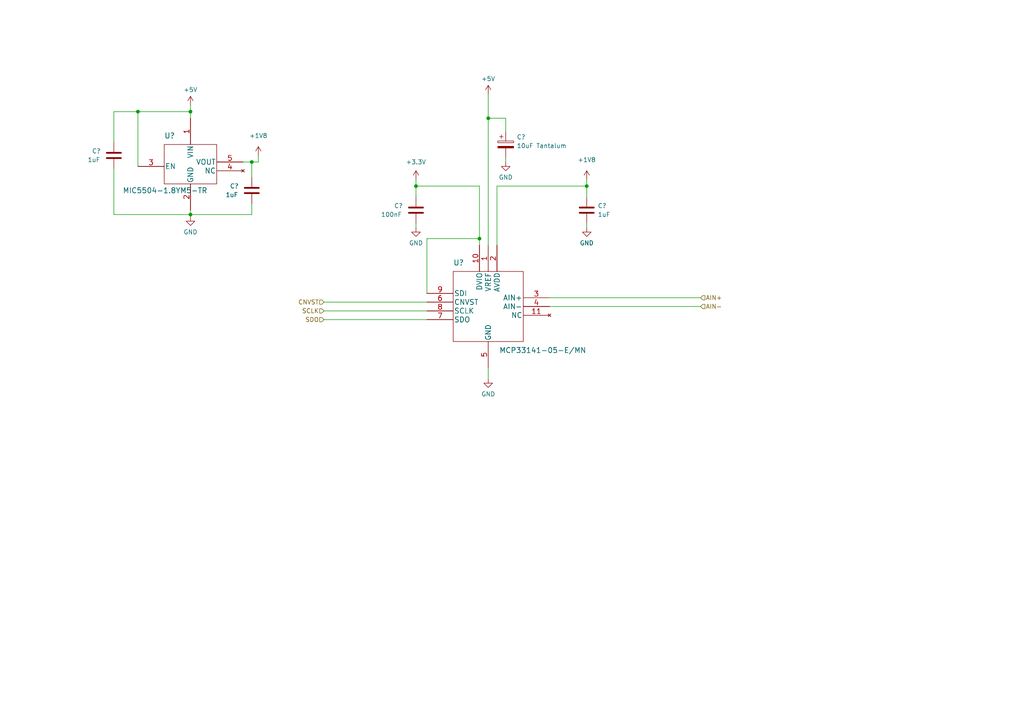
<source format=kicad_sch>
(kicad_sch (version 20211123) (generator eeschema)
  (paper "A4")
  (lib_symbols
    (symbol "Device:C" (pin_numbers hide) (pin_names (offset 0.254))
      (property "Reference" "C" (at 0.635 2.54 0))
      (property "Value" "C" (at 0.635 -2.54 0))
      (symbol "C_0_1"
        (polyline (pts (xy -2.032 -0.762) (xy 2.032 -0.762)) (stroke (width 0.508)))
        (polyline (pts (xy -2.032 0.762) (xy 2.032 0.762)) (stroke (width 0.508)))
      )
      (symbol "C_1_1"
        (pin passive line (at 0 3.81 270) (length 2.794) (name "~") (number "1"))
        (pin passive line (at 0 -3.81 90) (length 2.794) (name "~") (number "2"))
      )
    )
    (symbol "Device:C_Polarized" (pin_numbers hide) (pin_names (offset 0.254))
      (property "Reference" "C" (at 0.635 2.54 0))
      (property "Value" "C_Polarized" (at 0.635 -2.54 0))
      (symbol "C_Polarized_0_1"
        (rectangle (start -2.286 0.508) (end 2.286 1.016))
        (polyline (pts (xy -1.778 2.286) (xy -0.762 2.286)))
        (polyline (pts (xy -1.27 2.794) (xy -1.27 1.778)))
        (rectangle (start 2.286 -0.508) (end -2.286 -1.016) (fill (type outline)))
      )
      (symbol "C_Polarized_1_1"
        (pin passive line (at 0 3.81 270) (length 2.794) (name "~") (number "1"))
        (pin passive line (at 0 -3.81 90) (length 2.794) (name "~") (number "2"))
      )
    )
    (symbol "librew:MCP33141-05-E{slash}MN" (pin_names (offset 0.254))
      (property "Reference" "U?" (at -8.89 11.43 0))
      (property "Value" "MCP33141-05-E{slash}MN" (at 13.97 -12.7 0))
      (symbol "MCP33141-05-E{slash}MN_0_1"
        (rectangle (start -10.16 10.16) (end 10.16 -10.16))
      )
      (symbol "MCP33141-05-E{slash}MN_1_1"
        (pin power_in line (at 0 17.78 270) (length 7.62) (name "VREF") (number "1"))
        (pin power_in line (at -2.54 17.78 270) (length 7.62) (name "DVIO") (number "10"))
        (pin no_connect line (at 17.78 -2.54 180) (length 7.62) (name "NC") (number "11"))
        (pin power_in line (at 2.54 17.78 270) (length 7.62) (name "AVDD") (number "2"))
        (pin unspecified line (at 17.78 2.54 180) (length 7.62) (name "AIN+") (number "3"))
        (pin unspecified line (at 17.78 0 180) (length 7.62) (name "AIN-") (number "4"))
        (pin power_in line (at 0 -17.78 90) (length 7.62) (name "GND") (number "5"))
        (pin input line (at -17.78 1.27 0) (length 7.62) (name "CNVST") (number "6"))
        (pin output line (at -17.78 -3.81 0) (length 7.62) (name "SDO") (number "7"))
        (pin input line (at -17.78 -1.27 0) (length 7.62) (name "SCLK") (number "8"))
        (pin input line (at -17.78 3.81 0) (length 7.62) (name "SDI") (number "9"))
      )
    )
    (symbol "librew:MIC5504-1.8YM5-TR" (pin_names (offset 0.254))
      (property "Reference" "U?" (at 0 17.78 0))
      (property "Value" "MIC5504-1.8YM5-TR" (at 13.97 -7.62 0))
      (symbol "MIC5504-1.8YM5-TR_0_1"
        (rectangle (start -7.62 6.35) (end 7.62 -5.08))
      )
      (symbol "MIC5504-1.8YM5-TR_1_1"
        (pin power_in line (at 0 13.97 270) (length 7.62) (name "VIN") (number "1"))
        (pin power_in line (at 0 -12.7 90) (length 7.62) (name "GND") (number "2"))
        (pin input line (at -15.24 0 0) (length 7.62) (name "EN") (number "3"))
        (pin no_connect line (at 15.24 -1.27 180) (length 7.62) (name "NC") (number "4"))
        (pin output line (at 15.24 1.27 180) (length 7.62) (name "VOUT") (number "5"))
      )
    )
    (symbol "power:+1V8" (power) (pin_names (offset 0))
      (property "Value" "+1V8" (at 0 3.556 0))
      (symbol "+1V8_0_1"
        (polyline (pts (xy -0.762 1.27) (xy 0 2.54)))
        (polyline (pts (xy 0 0) (xy 0 2.54)))
        (polyline (pts (xy 0 2.54) (xy 0.762 1.27)))
      )
      (symbol "+1V8_1_1"
        (pin power_in line (at 0 0 90) (length 0) hide (name "+1V8") (number "1"))
      )
    )
    (symbol "power:+3.3V" (power) (pin_names (offset 0))
      (property "Value" "+3.3V" (at 0 3.556 0))
      (symbol "+3.3V_0_1"
        (polyline (pts (xy -0.762 1.27) (xy 0 2.54)))
        (polyline (pts (xy 0 0) (xy 0 2.54)))
        (polyline (pts (xy 0 2.54) (xy 0.762 1.27)))
      )
      (symbol "+3.3V_1_1"
        (pin power_in line (at 0 0 90) (length 0) hide (name "+3.3V") (number "1"))
      )
    )
    (symbol "power:+5V" (power) (pin_names (offset 0))
      (property "Value" "+5V" (at 0 3.556 0))
      (symbol "+5V_0_1"
        (polyline (pts (xy -0.762 1.27) (xy 0 2.54)))
        (polyline (pts (xy 0 0) (xy 0 2.54)))
        (polyline (pts (xy 0 2.54) (xy 0.762 1.27)))
      )
      (symbol "+5V_1_1"
        (pin power_in line (at 0 0 90) (length 0) hide (name "+5V") (number "1"))
      )
    )
    (symbol "power:GND" (power) (pin_names (offset 0))
      (property "Value" "GND" (at 0 -3.81 0))
      (symbol "GND_0_1"
        (polyline (pts (xy 0 0) (xy 0 -1.27) (xy 1.27 -1.27) (xy 0 -2.54) (xy -1.27 -1.27) (xy 0 -1.27)))
      )
      (symbol "GND_1_1"
        (pin power_in line (at 0 0 270) (length 0) hide (name "GND") (number "1"))
      )
    )
  )
  (junction (at 120.65 53.975))
  (junction (at 139.065 69.215))
  (junction (at 40.005 32.385))
  (junction (at 170.18 53.975))
  (junction (at 73.025 46.99))
  (junction (at 141.605 34.29))
  (junction (at 55.245 62.23))
  (junction (at 55.245 32.385))
  (wire (pts (xy 170.18 53.975) (xy 170.18 57.15)))
  (wire (pts (xy 146.685 34.29) (xy 141.605 34.29)))
  (wire (pts (xy 159.385 86.36) (xy 203.2 86.36)))
  (wire (pts (xy 73.025 46.99) (xy 74.93 46.99)))
  (wire (pts (xy 170.18 64.77) (xy 170.18 66.04)))
  (wire (pts (xy 141.605 34.29) (xy 141.605 71.12)))
  (wire (pts (xy 120.65 53.975) (xy 120.65 57.15)))
  (wire (pts (xy 40.005 32.385) (xy 55.245 32.385)))
  (wire (pts (xy 123.825 69.215) (xy 139.065 69.215)))
  (wire (pts (xy 144.145 53.975) (xy 144.145 71.12)))
  (wire (pts (xy 139.065 69.215) (xy 139.065 71.12)))
  (wire (pts (xy 33.02 32.385) (xy 33.02 41.275)))
  (wire (pts (xy 170.18 52.07) (xy 170.18 53.975)))
  (wire (pts (xy 93.98 90.17) (xy 123.825 90.17)))
  (wire (pts (xy 40.005 48.26) (xy 40.005 32.385)))
  (wire (pts (xy 33.02 48.895) (xy 33.02 62.23)))
  (wire (pts (xy 33.02 62.23) (xy 55.245 62.23)))
  (wire (pts (xy 73.025 62.23) (xy 55.245 62.23)))
  (wire (pts (xy 55.245 60.96) (xy 55.245 62.23)))
  (wire (pts (xy 55.245 32.385) (xy 55.245 34.29)))
  (wire (pts (xy 123.825 85.09) (xy 123.825 69.215)))
  (wire (pts (xy 93.98 92.71) (xy 123.825 92.71)))
  (wire (pts (xy 146.685 45.72) (xy 146.685 46.99)))
  (wire (pts (xy 73.025 59.055) (xy 73.025 62.23)))
  (wire (pts (xy 74.93 45.085) (xy 74.93 46.99)))
  (wire (pts (xy 144.145 53.975) (xy 170.18 53.975)))
  (wire (pts (xy 55.245 62.23) (xy 55.245 62.865)))
  (wire (pts (xy 93.98 87.63) (xy 123.825 87.63)))
  (wire (pts (xy 159.385 88.9) (xy 203.2 88.9)))
  (wire (pts (xy 141.605 106.68) (xy 141.605 109.855)))
  (wire (pts (xy 120.65 52.07) (xy 120.65 53.975)))
  (wire (pts (xy 40.005 32.385) (xy 33.02 32.385)))
  (wire (pts (xy 73.025 46.99) (xy 73.025 51.435)))
  (wire (pts (xy 70.485 46.99) (xy 73.025 46.99)))
  (wire (pts (xy 139.065 53.975) (xy 139.065 69.215)))
  (wire (pts (xy 120.65 64.77) (xy 120.65 66.04)))
  (wire (pts (xy 120.65 53.975) (xy 139.065 53.975)))
  (wire (pts (xy 55.245 30.48) (xy 55.245 32.385)))
  (wire (pts (xy 146.685 38.1) (xy 146.685 34.29)))
  (wire (pts (xy 141.605 27.305) (xy 141.605 34.29)))
  (hierarchical_label "SDO" (shape input) (at 93.98 92.71 180))
  (hierarchical_label "AIN-" (shape input) (at 203.2 88.9 0))
  (hierarchical_label "AIN+" (shape input) (at 203.2 86.36 0))
  (hierarchical_label "SCLK" (shape input) (at 93.98 90.17 180))
  (hierarchical_label "CNVST" (shape input) (at 93.98 87.63 180))
  (symbol (lib_id "Device:C") (at 120.65 60.96 0) (unit 1)
    (property "Reference" "C?" (at 114.3 59.69 0) (effects (justify left)))
    (property "Value" "100nF" (at 110.49 62.23 0) (effects (justify left)))
  )
  (symbol (lib_id "power:GND") (at 170.18 66.04 0) (unit 1)
    (property "Reference" "#PWR?" (effects hide))
    (property "Value" "GND" (at 170.18 70.485 0))
  )
  (symbol (lib_id "power:GND") (at 141.605 109.855 0) (unit 1)
    (property "Reference" "#PWR?" (effects hide))
    (property "Value" "GND" (at 141.605 114.3 0))
  )
  (symbol (lib_id "Device:C") (at 170.18 60.96 0) (unit 1)
    (property "Reference" "C?" (at 173.355 59.6899 0) (effects (justify left)))
    (property "Value" "1uF" (at 173.355 62.2299 0) (effects (justify left)))
  )
  (symbol (lib_id "power:+3.3V") (at 120.65 52.07 0) (unit 1)
    (property "Reference" "#PWR?" (effects hide))
    (property "Value" "+3.3V" (at 120.65 46.99 0))
  )
  (symbol (lib_id "power:GND") (at 55.245 62.865 0) (unit 1)
    (property "Reference" "#PWR?" (effects hide))
    (property "Value" "GND" (at 55.245 67.31 0))
  )
  (symbol (lib_id "librew:MIC5504-1.8YM5-TR") (at 55.245 48.26 0) (unit 1)
    (property "Reference" "U?" (at 47.625 39.37 0) (effects (font (size 1.524 1.524)) (justify left)))
    (property "Value" "MIC5504-1.8YM5-TR" (at 35.56 55.245 0) (effects (font (size 1.524 1.524)) (justify left)))
    (property "Footprint" "librew:MIC5504-1.8YM5-TR" (effects hide))
  )
  (symbol (lib_id "power:GND") (at 146.685 46.99 0) (unit 1)
    (property "Reference" "#PWR?" (effects hide))
    (property "Value" "GND" (at 146.685 51.435 0))
  )
  (symbol (lib_id "power:+5V") (at 141.605 27.305 0) (unit 1)
    (property "Reference" "#PWR?" (effects hide))
    (property "Value" "+5V" (at 141.605 22.86 0))
  )
  (symbol (lib_id "librew:MCP33141-05-E{slash}MN") (at 141.605 88.9 0) (unit 1)
    (property "Reference" "U?" (at 131.445 76.2 0) (effects (font (size 1.524 1.524)) (justify left)))
    (property "Value" "MCP33141-05-E/MN" (at 144.78 101.6 0) (effects (font (size 1.524 1.524)) (justify left)))
    (property "Footprint" "librew:MCP33141-05-E-MN" (effects hide))
  )
  (symbol (lib_id "power:+1V8") (at 74.93 45.085 0) (unit 1)
    (property "Reference" "#PWR?" (effects hide))
    (property "Value" "+1V8" (at 74.93 39.37 0))
  )
  (symbol (lib_id "power:+1V8") (at 170.18 52.07 0) (unit 1)
    (property "Reference" "#PWR?" (effects hide))
    (property "Value" "+1V8" (at 170.18 46.355 0))
  )
  (symbol (lib_id "Device:C") (at 33.02 45.085 0) (unit 1)
    (property "Reference" "C?" (at 26.67 43.815 0) (effects (justify left)))
    (property "Value" "1uF" (at 25.4 46.355 0) (effects (justify left)))
  )
  (symbol (lib_id "Device:C_Polarized") (at 146.685 41.91 0) (unit 1)
    (property "Reference" "C?" (at 149.86 39.7509 0) (effects (justify left)))
    (property "Value" "10uF Tantalum" (at 149.86 42.2909 0) (effects (justify left)))
  )
  (symbol (lib_id "power:GND") (at 120.65 66.04 0) (unit 1)
    (property "Reference" "#PWR?" (effects hide))
    (property "Value" "GND" (at 120.65 70.485 0))
  )
  (symbol (lib_id "power:+5V") (at 55.245 30.48 0) (unit 1)
    (property "Reference" "#PWR?" (effects hide))
    (property "Value" "+5V" (at 55.245 26.035 0))
  )
  (symbol (lib_id "Device:C") (at 73.025 55.245 0) (unit 1)
    (property "Reference" "C?" (at 66.675 53.975 0) (effects (justify left)))
    (property "Value" "1uF" (at 65.405 56.515 0) (effects (justify left)))
  )
)
</source>
